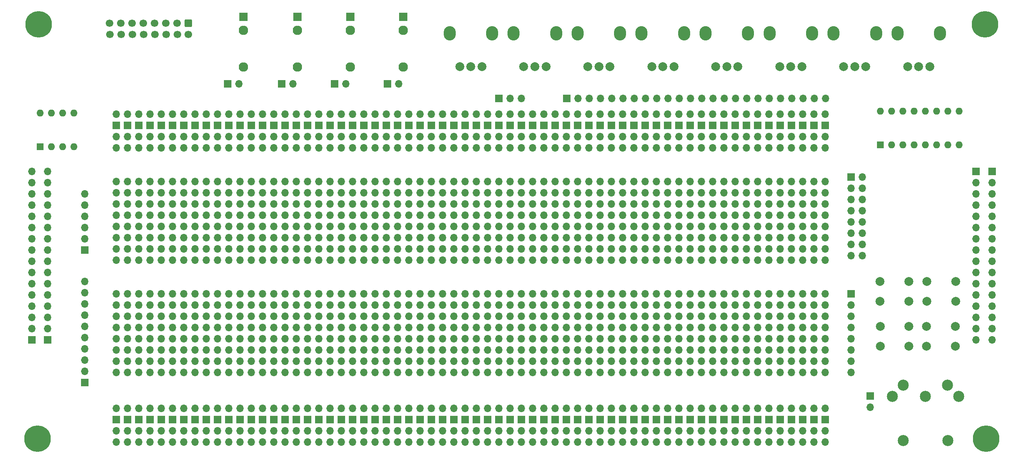
<source format=gbr>
%TF.GenerationSoftware,KiCad,Pcbnew,(6.0.0-0)*%
%TF.CreationDate,2022-11-30T22:17:18-05:00*%
%TF.ProjectId,prototype-board,70726f74-6f74-4797-9065-2d626f617264,rev?*%
%TF.SameCoordinates,Original*%
%TF.FileFunction,Soldermask,Bot*%
%TF.FilePolarity,Negative*%
%FSLAX46Y46*%
G04 Gerber Fmt 4.6, Leading zero omitted, Abs format (unit mm)*
G04 Created by KiCad (PCBNEW (6.0.0-0)) date 2022-11-30 22:17:18*
%MOMM*%
%LPD*%
G01*
G04 APERTURE LIST*
G04 Aperture macros list*
%AMRoundRect*
0 Rectangle with rounded corners*
0 $1 Rounding radius*
0 $2 $3 $4 $5 $6 $7 $8 $9 X,Y pos of 4 corners*
0 Add a 4 corners polygon primitive as box body*
4,1,4,$2,$3,$4,$5,$6,$7,$8,$9,$2,$3,0*
0 Add four circle primitives for the rounded corners*
1,1,$1+$1,$2,$3*
1,1,$1+$1,$4,$5*
1,1,$1+$1,$6,$7*
1,1,$1+$1,$8,$9*
0 Add four rect primitives between the rounded corners*
20,1,$1+$1,$2,$3,$4,$5,0*
20,1,$1+$1,$4,$5,$6,$7,0*
20,1,$1+$1,$6,$7,$8,$9,0*
20,1,$1+$1,$8,$9,$2,$3,0*%
G04 Aperture macros list end*
%ADD10C,0.800000*%
%ADD11C,6.000000*%
%ADD12O,2.720000X3.240000*%
%ADD13C,2.000000*%
%ADD14R,1.600000X1.600000*%
%ADD15O,1.600000X1.600000*%
%ADD16R,1.700000X1.700000*%
%ADD17O,1.700000X1.700000*%
%ADD18C,2.499360*%
%ADD19R,1.930000X1.830000*%
%ADD20C,2.130000*%
%ADD21RoundRect,0.250000X-0.600000X0.600000X-0.600000X-0.600000X0.600000X-0.600000X0.600000X0.600000X0*%
%ADD22C,1.700000*%
G04 APERTURE END LIST*
D10*
%TO.C,H4*%
X41656000Y-43216000D03*
X43246990Y-43875010D03*
X43246990Y-47056990D03*
D11*
X41656000Y-45466000D03*
D10*
X40065010Y-47056990D03*
X41656000Y-47716000D03*
X43906000Y-45466000D03*
X39406000Y-45466000D03*
X40065010Y-43875010D03*
%TD*%
D12*
%TO.C,RV2*%
X158433714Y-47501000D03*
X148833714Y-47501000D03*
D13*
X151133714Y-55001000D03*
X153633714Y-55001000D03*
X156133714Y-55001000D03*
%TD*%
D14*
%TO.C,U3*%
X41920000Y-73142000D03*
D15*
X44460000Y-73142000D03*
X47000000Y-73142000D03*
X49540000Y-73142000D03*
X49540000Y-65522000D03*
X47000000Y-65522000D03*
X44460000Y-65522000D03*
X41920000Y-65522000D03*
%TD*%
D12*
%TO.C,RV5*%
X192158856Y-47501000D03*
X201758856Y-47501000D03*
D13*
X194458856Y-55001000D03*
X196958856Y-55001000D03*
X199458856Y-55001000D03*
%TD*%
D16*
%TO.C,J13*%
X52070000Y-126492000D03*
D17*
X52070000Y-123952000D03*
X52070000Y-121412000D03*
X52070000Y-118872000D03*
X52070000Y-116332000D03*
X52070000Y-113792000D03*
X52070000Y-111252000D03*
X52070000Y-108712000D03*
X52070000Y-106172000D03*
X52070000Y-103632000D03*
%TD*%
D18*
%TO.C,J19*%
X246809260Y-139585700D03*
X236806740Y-139585700D03*
X249306080Y-129590800D03*
X241808000Y-129588260D03*
X234309920Y-129590800D03*
X246804180Y-127088900D03*
X236811820Y-127088900D03*
%TD*%
D16*
%TO.C,J9*%
X160792000Y-62205000D03*
D17*
X163332000Y-62205000D03*
X165872000Y-62205000D03*
X168412000Y-62205000D03*
X170952000Y-62205000D03*
X173492000Y-62205000D03*
X176032000Y-62205000D03*
X178572000Y-62205000D03*
X181112000Y-62205000D03*
X183652000Y-62205000D03*
X186192000Y-62205000D03*
X188732000Y-62205000D03*
X191272000Y-62205000D03*
X193812000Y-62205000D03*
X196352000Y-62205000D03*
X198892000Y-62205000D03*
X201432000Y-62205000D03*
X203972000Y-62205000D03*
X206512000Y-62205000D03*
X209052000Y-62205000D03*
X211592000Y-62205000D03*
X214132000Y-62205000D03*
X216672000Y-62205000D03*
X219212000Y-62205000D03*
%TD*%
D12*
%TO.C,RV7*%
X221042284Y-47501000D03*
X230642284Y-47501000D03*
D13*
X223342284Y-55001000D03*
X225842284Y-55001000D03*
X228342284Y-55001000D03*
%TD*%
D19*
%TO.C,J2*%
X100071000Y-43750000D03*
D20*
X100071000Y-46850000D03*
X100071000Y-55150000D03*
%TD*%
D16*
%TO.C,J18*%
X256856000Y-78740000D03*
D17*
X256856000Y-81280000D03*
X256856000Y-83820000D03*
X256856000Y-86360000D03*
X256856000Y-88900000D03*
X256856000Y-91440000D03*
X256856000Y-93980000D03*
X256856000Y-96520000D03*
X256856000Y-99060000D03*
X256856000Y-101600000D03*
X256856000Y-104140000D03*
X256856000Y-106680000D03*
X256856000Y-109220000D03*
X256856000Y-111760000D03*
X256856000Y-114300000D03*
X256856000Y-116840000D03*
%TD*%
D16*
%TO.C,J12*%
X52070000Y-96520000D03*
D17*
X52070000Y-93980000D03*
X52070000Y-91440000D03*
X52070000Y-88900000D03*
X52070000Y-86360000D03*
X52070000Y-83820000D03*
%TD*%
D13*
%TO.C,SW3*%
X242114000Y-103632000D03*
X248614000Y-103632000D03*
X248614000Y-108132000D03*
X242114000Y-108132000D03*
%TD*%
D16*
%TO.C,J10*%
X145542000Y-62230000D03*
D17*
X148082000Y-62230000D03*
X150622000Y-62230000D03*
%TD*%
D12*
%TO.C,RV3*%
X172875428Y-47501000D03*
X163275428Y-47501000D03*
D13*
X165575428Y-55001000D03*
X168075428Y-55001000D03*
X170575428Y-55001000D03*
%TD*%
D16*
%TO.C,J1*%
X84328000Y-58928000D03*
D17*
X86868000Y-58928000D03*
%TD*%
D16*
%TO.C,J4*%
X96515000Y-58928000D03*
D17*
X99055000Y-58928000D03*
%TD*%
D19*
%TO.C,J5*%
X112014000Y-43750000D03*
D20*
X112014000Y-46850000D03*
X112014000Y-55150000D03*
%TD*%
D10*
%TO.C,H2*%
X256860990Y-47056990D03*
X255270000Y-47716000D03*
X255270000Y-43216000D03*
X253679010Y-47056990D03*
X253679010Y-43875010D03*
X256860990Y-43875010D03*
X257520000Y-45466000D03*
X253020000Y-45466000D03*
D11*
X255270000Y-45466000D03*
%TD*%
D10*
%TO.C,H3*%
X42992990Y-137601010D03*
X39152000Y-139192000D03*
X41402000Y-141442000D03*
X39811010Y-140782990D03*
X42992990Y-140782990D03*
X43652000Y-139192000D03*
X39811010Y-137601010D03*
D11*
X41402000Y-139192000D03*
D10*
X41402000Y-136942000D03*
%TD*%
D12*
%TO.C,RV8*%
X235484000Y-47501000D03*
X245084000Y-47501000D03*
D13*
X237784000Y-55001000D03*
X240284000Y-55001000D03*
X242784000Y-55001000D03*
%TD*%
D12*
%TO.C,RV4*%
X187317142Y-47501000D03*
X177717142Y-47501000D03*
D13*
X180017142Y-55001000D03*
X182517142Y-55001000D03*
X185017142Y-55001000D03*
%TD*%
D14*
%TO.C,SW1*%
X231623000Y-72737250D03*
D15*
X234163000Y-72737250D03*
X236703000Y-72737250D03*
X239243000Y-72737250D03*
X241783000Y-72737250D03*
X244323000Y-72737250D03*
X246863000Y-72737250D03*
X249403000Y-72737250D03*
X249403000Y-65117250D03*
X246863000Y-65117250D03*
X244323000Y-65117250D03*
X241783000Y-65117250D03*
X239243000Y-65117250D03*
X236703000Y-65117250D03*
X234163000Y-65117250D03*
X231623000Y-65117250D03*
%TD*%
D16*
%TO.C,J6*%
X108458000Y-58928000D03*
D17*
X110998000Y-58928000D03*
%TD*%
D16*
%TO.C,J20*%
X229362000Y-129543890D03*
D17*
X229362000Y-132083890D03*
%TD*%
D21*
%TO.C,U1*%
X75438000Y-45224000D03*
D22*
X75438000Y-47764000D03*
X72910000Y-47764000D03*
X72898000Y-45224000D03*
X70358000Y-45224000D03*
X70370000Y-47764000D03*
X67830000Y-47764000D03*
X67818000Y-45224000D03*
X65278000Y-45224000D03*
X65290000Y-47764000D03*
X62750000Y-47764000D03*
X62738000Y-45224000D03*
X60198000Y-45224000D03*
X60210000Y-47764000D03*
X57670000Y-47764000D03*
X57658000Y-45224000D03*
%TD*%
D12*
%TO.C,RV1*%
X134392000Y-47501000D03*
X143992000Y-47501000D03*
D13*
X136692000Y-55001000D03*
X139192000Y-55001000D03*
X141692000Y-55001000D03*
%TD*%
%TO.C,SW5*%
X242062000Y-113792000D03*
X248562000Y-113792000D03*
X248562000Y-118292000D03*
X242062000Y-118292000D03*
%TD*%
D16*
%TO.C,J15*%
X43688000Y-116840000D03*
D17*
X43688000Y-114300000D03*
X43688000Y-111760000D03*
X43688000Y-109220000D03*
X43688000Y-106680000D03*
X43688000Y-104140000D03*
X43688000Y-101600000D03*
X43688000Y-99060000D03*
X43688000Y-96520000D03*
X43688000Y-93980000D03*
X43688000Y-91440000D03*
X43688000Y-88900000D03*
X43688000Y-86360000D03*
X43688000Y-83820000D03*
X43688000Y-81280000D03*
X43688000Y-78740000D03*
%TD*%
D16*
%TO.C,J11*%
X225044000Y-80010000D03*
D17*
X227584000Y-80010000D03*
X225044000Y-82550000D03*
X227584000Y-82550000D03*
X225044000Y-85090000D03*
X227584000Y-85090000D03*
X225044000Y-87630000D03*
X227584000Y-87630000D03*
X225044000Y-90170000D03*
X227584000Y-90170000D03*
X225044000Y-92710000D03*
X227584000Y-92710000D03*
X225044000Y-95250000D03*
X227584000Y-95250000D03*
X225044000Y-97790000D03*
X227584000Y-97790000D03*
%TD*%
D16*
%TO.C,J16*%
X40132000Y-116840000D03*
D17*
X40132000Y-114300000D03*
X40132000Y-111760000D03*
X40132000Y-109220000D03*
X40132000Y-106680000D03*
X40132000Y-104140000D03*
X40132000Y-101600000D03*
X40132000Y-99060000D03*
X40132000Y-96520000D03*
X40132000Y-93980000D03*
X40132000Y-91440000D03*
X40132000Y-88900000D03*
X40132000Y-86360000D03*
X40132000Y-83820000D03*
X40132000Y-81280000D03*
X40132000Y-78740000D03*
%TD*%
D16*
%TO.C,J21*%
X225044000Y-106426000D03*
D17*
X225044000Y-108966000D03*
X225044000Y-111506000D03*
X225044000Y-114046000D03*
X225044000Y-116586000D03*
X225044000Y-119126000D03*
X225044000Y-121666000D03*
X225044000Y-124206000D03*
%TD*%
D19*
%TO.C,J3*%
X87884000Y-43750000D03*
D20*
X87884000Y-46850000D03*
X87884000Y-55150000D03*
%TD*%
D10*
%TO.C,H1*%
X257114990Y-137601010D03*
X255524000Y-136942000D03*
X255524000Y-141442000D03*
X253933010Y-137601010D03*
X257114990Y-140782990D03*
X253274000Y-139192000D03*
X257774000Y-139192000D03*
X253933010Y-140782990D03*
D11*
X255524000Y-139192000D03*
%TD*%
D16*
%TO.C,J17*%
X253238000Y-78740000D03*
D17*
X253238000Y-81280000D03*
X253238000Y-83820000D03*
X253238000Y-86360000D03*
X253238000Y-88900000D03*
X253238000Y-91440000D03*
X253238000Y-93980000D03*
X253238000Y-96520000D03*
X253238000Y-99060000D03*
X253238000Y-101600000D03*
X253238000Y-104140000D03*
X253238000Y-106680000D03*
X253238000Y-109220000D03*
X253238000Y-111760000D03*
X253238000Y-114300000D03*
X253238000Y-116840000D03*
%TD*%
%TO.C,REF\u002A\u002A*%
X87122000Y-132334000D03*
X137922000Y-132334000D03*
X150622000Y-65786000D03*
X170942000Y-132334000D03*
X117602000Y-132334000D03*
X216662000Y-65786000D03*
X89662000Y-65786000D03*
X178562000Y-132334000D03*
X140462000Y-65786000D03*
X196342000Y-65786000D03*
X127762000Y-65786000D03*
X198882000Y-65786000D03*
X163322000Y-132334000D03*
X193802000Y-65786000D03*
X66802000Y-132334000D03*
X155702000Y-132334000D03*
X59182000Y-132334000D03*
X97282000Y-132334000D03*
X137922000Y-65786000D03*
X160782000Y-132334000D03*
X122682000Y-132334000D03*
X203962000Y-132334000D03*
X206502000Y-132334000D03*
X125222000Y-132334000D03*
X92202000Y-132334000D03*
X87122000Y-65786000D03*
X143002000Y-65786000D03*
X59182000Y-65786000D03*
X69342000Y-132334000D03*
X155702000Y-65786000D03*
X99822000Y-65786000D03*
X173482000Y-65786000D03*
X107442000Y-65786000D03*
X125222000Y-65786000D03*
X153162000Y-65786000D03*
X165862000Y-132334000D03*
X188722000Y-132334000D03*
X104902000Y-132334000D03*
X94742000Y-65786000D03*
X71882000Y-132334000D03*
X145542000Y-132334000D03*
X71882000Y-65786000D03*
X122682000Y-65786000D03*
X112522000Y-65786000D03*
X181102000Y-65786000D03*
X102362000Y-132334000D03*
X209042000Y-132334000D03*
X163322000Y-65786000D03*
X61722000Y-65786000D03*
X150622000Y-132334000D03*
X206502000Y-65786000D03*
X109982000Y-65786000D03*
X193802000Y-132334000D03*
X94742000Y-132334000D03*
X92202000Y-65786000D03*
X120142000Y-132334000D03*
X97282000Y-65786000D03*
X176022000Y-65786000D03*
X109982000Y-132334000D03*
X173482000Y-132334000D03*
X84582000Y-132334000D03*
X135382000Y-65786000D03*
X143002000Y-132334000D03*
X130302000Y-65786000D03*
X211582000Y-65786000D03*
X153162000Y-132334000D03*
X181102000Y-132334000D03*
X115062000Y-132334000D03*
X117602000Y-65786000D03*
X61722000Y-132334000D03*
X203962000Y-65786000D03*
X66802000Y-65786000D03*
X214122000Y-65786000D03*
X69342000Y-65786000D03*
X186182000Y-132334000D03*
X148082000Y-65786000D03*
X160782000Y-65786000D03*
X209042000Y-65786000D03*
X76962000Y-65786000D03*
X158242000Y-132334000D03*
X135382000Y-132334000D03*
X168402000Y-65786000D03*
X112522000Y-132334000D03*
X104902000Y-65786000D03*
X107442000Y-132334000D03*
X76962000Y-132334000D03*
X201422000Y-65786000D03*
X140462000Y-132334000D03*
X132842000Y-132334000D03*
X120142000Y-65786000D03*
X191262000Y-65786000D03*
X148082000Y-132334000D03*
X183642000Y-132334000D03*
X74422000Y-65786000D03*
X79502000Y-132334000D03*
X216662000Y-132334000D03*
X89662000Y-132334000D03*
X132842000Y-65786000D03*
X201422000Y-132334000D03*
X165862000Y-65786000D03*
X211582000Y-132334000D03*
X82042000Y-132334000D03*
X219202000Y-132334000D03*
X158242000Y-65786000D03*
X64262000Y-65786000D03*
X102362000Y-65786000D03*
X186182000Y-65786000D03*
X170942000Y-65786000D03*
X168402000Y-132334000D03*
X196342000Y-132334000D03*
X191262000Y-132334000D03*
X84582000Y-65786000D03*
X74422000Y-132334000D03*
X115062000Y-65786000D03*
X64262000Y-132334000D03*
X176022000Y-132334000D03*
X188722000Y-65786000D03*
X178562000Y-65786000D03*
X145542000Y-65786000D03*
X183642000Y-65786000D03*
X214122000Y-132334000D03*
X130302000Y-132334000D03*
X198882000Y-132334000D03*
X79502000Y-65786000D03*
X99822000Y-132334000D03*
X219202000Y-65786000D03*
X82042000Y-65786000D03*
X127762000Y-132334000D03*
X59182000Y-93726000D03*
X59182000Y-121666000D03*
X59182000Y-83566000D03*
X59182000Y-98806000D03*
X59182000Y-81026000D03*
X59182000Y-91186000D03*
X59182000Y-88646000D03*
X59182000Y-119126000D03*
X59182000Y-124206000D03*
X59182000Y-108966000D03*
X59182000Y-106426000D03*
X59182000Y-111506000D03*
X59182000Y-114046000D03*
X59182000Y-96266000D03*
X59182000Y-86106000D03*
X59182000Y-116586000D03*
X61722000Y-93726000D03*
X61722000Y-83566000D03*
X61722000Y-88646000D03*
X61722000Y-116586000D03*
X61722000Y-81026000D03*
X61722000Y-86106000D03*
X61722000Y-91186000D03*
X61722000Y-119126000D03*
X61722000Y-106426000D03*
X61722000Y-111506000D03*
X61722000Y-96266000D03*
X61722000Y-114046000D03*
X61722000Y-124206000D03*
X61722000Y-121666000D03*
X61722000Y-108966000D03*
X61722000Y-98806000D03*
X64262000Y-81026000D03*
X64262000Y-86106000D03*
X64262000Y-116586000D03*
X64262000Y-83566000D03*
X64262000Y-114046000D03*
X64262000Y-93726000D03*
X64262000Y-108966000D03*
X64262000Y-119126000D03*
X64262000Y-121666000D03*
X64262000Y-88646000D03*
X64262000Y-96266000D03*
X64262000Y-98806000D03*
X64262000Y-111506000D03*
X64262000Y-124206000D03*
X64262000Y-106426000D03*
X64262000Y-91186000D03*
X66802000Y-124206000D03*
X66802000Y-119126000D03*
X66802000Y-93726000D03*
X66802000Y-111506000D03*
X66802000Y-108966000D03*
X66802000Y-83566000D03*
X66802000Y-114046000D03*
X66802000Y-91186000D03*
X66802000Y-81026000D03*
X66802000Y-106426000D03*
X66802000Y-98806000D03*
X66802000Y-121666000D03*
X66802000Y-86106000D03*
X66802000Y-88646000D03*
X66802000Y-96266000D03*
X66802000Y-116586000D03*
X69342000Y-96266000D03*
X69342000Y-81026000D03*
X69342000Y-124206000D03*
X69342000Y-116586000D03*
X69342000Y-91186000D03*
X69342000Y-93726000D03*
X69342000Y-106426000D03*
X69342000Y-108966000D03*
X69342000Y-121666000D03*
X69342000Y-98806000D03*
X69342000Y-88646000D03*
X69342000Y-111506000D03*
X69342000Y-83566000D03*
X69342000Y-86106000D03*
X69342000Y-114046000D03*
X69342000Y-119126000D03*
X165862000Y-139954000D03*
X74422000Y-73406000D03*
X170942000Y-73406000D03*
X61722000Y-139954000D03*
X66802000Y-73406000D03*
X71882000Y-73406000D03*
X219202000Y-73406000D03*
X112522000Y-73406000D03*
X214122000Y-139954000D03*
X127762000Y-73406000D03*
X59182000Y-73406000D03*
X99822000Y-73406000D03*
X112522000Y-139954000D03*
X107442000Y-139954000D03*
X104902000Y-73406000D03*
X104902000Y-139954000D03*
X66802000Y-139954000D03*
X64262000Y-139954000D03*
X173482000Y-73406000D03*
X99822000Y-139954000D03*
X214122000Y-73406000D03*
X168402000Y-139954000D03*
X196342000Y-139954000D03*
X127762000Y-139954000D03*
X193802000Y-139954000D03*
X132842000Y-139954000D03*
X92202000Y-73406000D03*
X155702000Y-139954000D03*
X74422000Y-139954000D03*
X122682000Y-139954000D03*
X94742000Y-139954000D03*
X188722000Y-139954000D03*
X102362000Y-73406000D03*
X203962000Y-139954000D03*
X173482000Y-139954000D03*
X183642000Y-73406000D03*
X135382000Y-73406000D03*
X158242000Y-139954000D03*
X209042000Y-139954000D03*
X140462000Y-73406000D03*
X143002000Y-73406000D03*
X130302000Y-139954000D03*
X206502000Y-139954000D03*
X107442000Y-73406000D03*
X145542000Y-73406000D03*
X82042000Y-73406000D03*
X163322000Y-139954000D03*
X79502000Y-139954000D03*
X201422000Y-139954000D03*
X120142000Y-73406000D03*
X109982000Y-73406000D03*
X145542000Y-139954000D03*
X125222000Y-73406000D03*
X158242000Y-73406000D03*
X219202000Y-139954000D03*
X115062000Y-73406000D03*
X69342000Y-73406000D03*
X120142000Y-139954000D03*
X211582000Y-139954000D03*
X178562000Y-139954000D03*
X137922000Y-73406000D03*
X211582000Y-73406000D03*
X76962000Y-73406000D03*
X191262000Y-139954000D03*
X183642000Y-139954000D03*
X186182000Y-139954000D03*
X181102000Y-139954000D03*
X117602000Y-139954000D03*
X115062000Y-139954000D03*
X97282000Y-139954000D03*
X122682000Y-73406000D03*
X89662000Y-73406000D03*
X176022000Y-139954000D03*
X69342000Y-139954000D03*
X84582000Y-139954000D03*
X168402000Y-73406000D03*
X150622000Y-139954000D03*
X148082000Y-73406000D03*
X137922000Y-139954000D03*
X155702000Y-73406000D03*
X135382000Y-139954000D03*
X125222000Y-139954000D03*
X150622000Y-73406000D03*
X71882000Y-139954000D03*
X64262000Y-73406000D03*
X163322000Y-73406000D03*
X59182000Y-139954000D03*
X82042000Y-139954000D03*
X130302000Y-73406000D03*
X89662000Y-139954000D03*
X160782000Y-73406000D03*
X109982000Y-139954000D03*
X76962000Y-139954000D03*
X203962000Y-73406000D03*
X148082000Y-139954000D03*
X216662000Y-139954000D03*
X140462000Y-139954000D03*
X153162000Y-139954000D03*
X216662000Y-73406000D03*
X87122000Y-139954000D03*
X170942000Y-139954000D03*
X84582000Y-73406000D03*
X181102000Y-73406000D03*
X153162000Y-73406000D03*
X186182000Y-73406000D03*
X61722000Y-73406000D03*
X79502000Y-73406000D03*
X198882000Y-73406000D03*
X206502000Y-73406000D03*
X92202000Y-139954000D03*
X191262000Y-73406000D03*
X176022000Y-73406000D03*
X102362000Y-139954000D03*
X188722000Y-73406000D03*
X87122000Y-73406000D03*
X178562000Y-73406000D03*
X97282000Y-73406000D03*
X198882000Y-139954000D03*
X143002000Y-139954000D03*
X160782000Y-139954000D03*
X209042000Y-73406000D03*
X193802000Y-73406000D03*
X94742000Y-73406000D03*
X165862000Y-73406000D03*
X196342000Y-73406000D03*
X117602000Y-73406000D03*
X132842000Y-73406000D03*
X201422000Y-73406000D03*
X71882000Y-96266000D03*
X71882000Y-106426000D03*
X71882000Y-111506000D03*
X71882000Y-83566000D03*
X71882000Y-114046000D03*
X71882000Y-93726000D03*
X71882000Y-121666000D03*
X71882000Y-91186000D03*
X71882000Y-119126000D03*
X71882000Y-86106000D03*
X71882000Y-108966000D03*
X71882000Y-88646000D03*
X71882000Y-116586000D03*
X71882000Y-81026000D03*
X71882000Y-124206000D03*
X71882000Y-98806000D03*
X74422000Y-124206000D03*
X74422000Y-108966000D03*
X74422000Y-93726000D03*
X74422000Y-83566000D03*
X74422000Y-98806000D03*
X74422000Y-119126000D03*
X74422000Y-91186000D03*
X74422000Y-81026000D03*
X74422000Y-86106000D03*
X74422000Y-111506000D03*
X74422000Y-88646000D03*
X74422000Y-114046000D03*
X74422000Y-96266000D03*
X74422000Y-116586000D03*
X74422000Y-121666000D03*
X74422000Y-106426000D03*
X76962000Y-93726000D03*
X76962000Y-86106000D03*
X76962000Y-108966000D03*
X76962000Y-106426000D03*
X76962000Y-121666000D03*
X76962000Y-124206000D03*
X76962000Y-114046000D03*
X76962000Y-98806000D03*
X76962000Y-81026000D03*
X76962000Y-96266000D03*
X76962000Y-116586000D03*
X76962000Y-83566000D03*
X76962000Y-111506000D03*
X76962000Y-119126000D03*
X76962000Y-88646000D03*
X76962000Y-91186000D03*
X79502000Y-114046000D03*
X79502000Y-116586000D03*
X79502000Y-91186000D03*
X79502000Y-98806000D03*
X79502000Y-86106000D03*
X79502000Y-111506000D03*
X79502000Y-81026000D03*
X79502000Y-108966000D03*
X79502000Y-83566000D03*
X79502000Y-88646000D03*
X79502000Y-119126000D03*
X79502000Y-121666000D03*
X79502000Y-93726000D03*
X79502000Y-124206000D03*
X79502000Y-106426000D03*
X79502000Y-96266000D03*
X82042000Y-106426000D03*
X82042000Y-88646000D03*
X82042000Y-119126000D03*
X82042000Y-81026000D03*
X82042000Y-124206000D03*
X82042000Y-114046000D03*
X82042000Y-111506000D03*
X82042000Y-98806000D03*
X82042000Y-83566000D03*
X82042000Y-93726000D03*
X82042000Y-108966000D03*
X82042000Y-96266000D03*
X82042000Y-121666000D03*
X82042000Y-91186000D03*
X82042000Y-86106000D03*
X82042000Y-116586000D03*
X84582000Y-111506000D03*
X84582000Y-88646000D03*
X84582000Y-81026000D03*
X84582000Y-98806000D03*
X84582000Y-121666000D03*
X84582000Y-86106000D03*
X84582000Y-106426000D03*
X84582000Y-119126000D03*
X84582000Y-93726000D03*
X84582000Y-83566000D03*
X84582000Y-124206000D03*
X84582000Y-116586000D03*
X84582000Y-114046000D03*
X84582000Y-96266000D03*
X84582000Y-91186000D03*
X84582000Y-108966000D03*
X87122000Y-96266000D03*
X87122000Y-91186000D03*
X87122000Y-83566000D03*
X87122000Y-98806000D03*
X87122000Y-106426000D03*
X87122000Y-116586000D03*
X87122000Y-108966000D03*
X87122000Y-81026000D03*
X87122000Y-111506000D03*
X87122000Y-86106000D03*
X87122000Y-114046000D03*
X87122000Y-119126000D03*
X87122000Y-121666000D03*
X87122000Y-124206000D03*
X87122000Y-88646000D03*
X87122000Y-93726000D03*
X211582000Y-137414000D03*
X64262000Y-137414000D03*
X117602000Y-137414000D03*
X109982000Y-70866000D03*
X104902000Y-70866000D03*
X107442000Y-137414000D03*
X99822000Y-70866000D03*
X214122000Y-70866000D03*
X117602000Y-70866000D03*
X186182000Y-137414000D03*
X170942000Y-70866000D03*
X115062000Y-137414000D03*
X94742000Y-137414000D03*
X143002000Y-70866000D03*
X127762000Y-137414000D03*
X181102000Y-70866000D03*
X137922000Y-70866000D03*
X188722000Y-70866000D03*
X92202000Y-137414000D03*
X150622000Y-137414000D03*
X153162000Y-70866000D03*
X59182000Y-70866000D03*
X168402000Y-70866000D03*
X69342000Y-70866000D03*
X102362000Y-137414000D03*
X181102000Y-137414000D03*
X163322000Y-70866000D03*
X120142000Y-137414000D03*
X79502000Y-70866000D03*
X160782000Y-70866000D03*
X122682000Y-137414000D03*
X191262000Y-70866000D03*
X71882000Y-137414000D03*
X92202000Y-70866000D03*
X193802000Y-137414000D03*
X155702000Y-137414000D03*
X183642000Y-137414000D03*
X153162000Y-137414000D03*
X97282000Y-137414000D03*
X112522000Y-70866000D03*
X66802000Y-137414000D03*
X82042000Y-70866000D03*
X74422000Y-70866000D03*
X61722000Y-137414000D03*
X143002000Y-137414000D03*
X87122000Y-137414000D03*
X87122000Y-70866000D03*
X203962000Y-137414000D03*
X115062000Y-70866000D03*
X112522000Y-137414000D03*
X84582000Y-70866000D03*
X219202000Y-70866000D03*
X206502000Y-70866000D03*
X94742000Y-70866000D03*
X122682000Y-70866000D03*
X188722000Y-137414000D03*
X120142000Y-70866000D03*
X125222000Y-70866000D03*
X173482000Y-70866000D03*
X201422000Y-137414000D03*
X104902000Y-137414000D03*
X201422000Y-70866000D03*
X196342000Y-137414000D03*
X219202000Y-137414000D03*
X216662000Y-137414000D03*
X198882000Y-70866000D03*
X148082000Y-137414000D03*
X135382000Y-70866000D03*
X211582000Y-70866000D03*
X102362000Y-70866000D03*
X214122000Y-137414000D03*
X130302000Y-137414000D03*
X183642000Y-70866000D03*
X209042000Y-70866000D03*
X97282000Y-70866000D03*
X150622000Y-70866000D03*
X163322000Y-137414000D03*
X64262000Y-70866000D03*
X89662000Y-70866000D03*
X176022000Y-70866000D03*
X145542000Y-70866000D03*
X109982000Y-137414000D03*
X203962000Y-70866000D03*
X165862000Y-70866000D03*
X206502000Y-137414000D03*
X155702000Y-70866000D03*
X170942000Y-137414000D03*
X196342000Y-70866000D03*
X193802000Y-70866000D03*
X127762000Y-70866000D03*
X84582000Y-137414000D03*
X216662000Y-70866000D03*
X132842000Y-70866000D03*
X176022000Y-137414000D03*
X82042000Y-137414000D03*
X209042000Y-137414000D03*
X168402000Y-137414000D03*
X186182000Y-70866000D03*
X137922000Y-137414000D03*
X125222000Y-137414000D03*
X59182000Y-137414000D03*
X107442000Y-70866000D03*
X160782000Y-137414000D03*
X178562000Y-137414000D03*
X130302000Y-70866000D03*
X71882000Y-70866000D03*
X69342000Y-137414000D03*
X178562000Y-70866000D03*
X140462000Y-137414000D03*
X61722000Y-70866000D03*
X158242000Y-137414000D03*
X173482000Y-137414000D03*
X89662000Y-137414000D03*
X132842000Y-137414000D03*
X99822000Y-137414000D03*
X165862000Y-137414000D03*
X145542000Y-137414000D03*
X140462000Y-70866000D03*
X74422000Y-137414000D03*
X76962000Y-70866000D03*
X198882000Y-137414000D03*
X79502000Y-137414000D03*
X148082000Y-70866000D03*
X135382000Y-137414000D03*
X66802000Y-70866000D03*
X76962000Y-137414000D03*
X191262000Y-137414000D03*
X158242000Y-70866000D03*
X89662000Y-91186000D03*
X89662000Y-124206000D03*
X89662000Y-81026000D03*
X89662000Y-86106000D03*
X89662000Y-83566000D03*
X89662000Y-93726000D03*
X89662000Y-106426000D03*
X89662000Y-111506000D03*
X89662000Y-108966000D03*
X89662000Y-88646000D03*
X89662000Y-119126000D03*
X89662000Y-96266000D03*
X89662000Y-98806000D03*
X89662000Y-116586000D03*
X89662000Y-114046000D03*
X89662000Y-121666000D03*
X92202000Y-83566000D03*
X92202000Y-124206000D03*
X92202000Y-111506000D03*
X92202000Y-96266000D03*
X92202000Y-116586000D03*
X92202000Y-93726000D03*
X92202000Y-86106000D03*
X92202000Y-81026000D03*
X92202000Y-98806000D03*
X92202000Y-88646000D03*
X92202000Y-119126000D03*
X92202000Y-114046000D03*
X92202000Y-91186000D03*
X92202000Y-106426000D03*
X92202000Y-121666000D03*
X92202000Y-108966000D03*
X94742000Y-91186000D03*
X94742000Y-81026000D03*
X94742000Y-108966000D03*
X94742000Y-106426000D03*
X94742000Y-88646000D03*
X94742000Y-114046000D03*
X94742000Y-124206000D03*
X94742000Y-111506000D03*
X94742000Y-121666000D03*
X94742000Y-116586000D03*
X94742000Y-86106000D03*
X94742000Y-119126000D03*
X94742000Y-98806000D03*
X94742000Y-96266000D03*
X94742000Y-93726000D03*
X94742000Y-83566000D03*
X97282000Y-93726000D03*
X97282000Y-96266000D03*
X97282000Y-88646000D03*
X97282000Y-91186000D03*
X97282000Y-121666000D03*
X97282000Y-111506000D03*
X97282000Y-119126000D03*
X97282000Y-124206000D03*
X97282000Y-83566000D03*
X97282000Y-86106000D03*
X97282000Y-106426000D03*
X97282000Y-108966000D03*
X97282000Y-98806000D03*
X97282000Y-116586000D03*
X97282000Y-81026000D03*
X97282000Y-114046000D03*
X99822000Y-93726000D03*
X99822000Y-98806000D03*
X99822000Y-96266000D03*
X99822000Y-121666000D03*
X99822000Y-86106000D03*
X99822000Y-124206000D03*
X99822000Y-81026000D03*
X99822000Y-83566000D03*
X99822000Y-111506000D03*
X99822000Y-116586000D03*
X99822000Y-114046000D03*
X99822000Y-108966000D03*
X99822000Y-106426000D03*
X99822000Y-119126000D03*
X99822000Y-91186000D03*
X99822000Y-88646000D03*
X102362000Y-111506000D03*
X102362000Y-98806000D03*
X102362000Y-83566000D03*
X102362000Y-119126000D03*
X102362000Y-121666000D03*
X102362000Y-93726000D03*
X102362000Y-91186000D03*
X102362000Y-86106000D03*
X102362000Y-106426000D03*
X102362000Y-88646000D03*
X102362000Y-116586000D03*
X102362000Y-114046000D03*
X102362000Y-108966000D03*
X102362000Y-96266000D03*
X102362000Y-124206000D03*
X102362000Y-81026000D03*
X104902000Y-83566000D03*
X104902000Y-91186000D03*
X104902000Y-111506000D03*
X104902000Y-124206000D03*
X104902000Y-86106000D03*
X104902000Y-96266000D03*
X104902000Y-98806000D03*
X104902000Y-114046000D03*
X104902000Y-108966000D03*
X104902000Y-119126000D03*
X104902000Y-81026000D03*
X104902000Y-116586000D03*
X104902000Y-106426000D03*
X104902000Y-93726000D03*
X104902000Y-121666000D03*
X104902000Y-88646000D03*
X107442000Y-98806000D03*
X107442000Y-81026000D03*
X107442000Y-111506000D03*
X107442000Y-106426000D03*
X107442000Y-86106000D03*
X107442000Y-88646000D03*
X107442000Y-119126000D03*
X107442000Y-108966000D03*
X107442000Y-93726000D03*
X107442000Y-91186000D03*
X107442000Y-121666000D03*
X107442000Y-124206000D03*
X107442000Y-116586000D03*
X107442000Y-114046000D03*
X107442000Y-83566000D03*
X107442000Y-96266000D03*
X109982000Y-106426000D03*
X109982000Y-119126000D03*
X109982000Y-111506000D03*
X109982000Y-121666000D03*
X109982000Y-124206000D03*
X109982000Y-96266000D03*
X109982000Y-108966000D03*
X109982000Y-98806000D03*
X109982000Y-81026000D03*
X109982000Y-88646000D03*
X109982000Y-83566000D03*
X109982000Y-114046000D03*
X109982000Y-91186000D03*
X109982000Y-93726000D03*
X109982000Y-86106000D03*
X109982000Y-116586000D03*
X112522000Y-93726000D03*
X112522000Y-96266000D03*
X112522000Y-98806000D03*
X112522000Y-121666000D03*
X112522000Y-111506000D03*
X112522000Y-124206000D03*
X112522000Y-116586000D03*
X112522000Y-91186000D03*
X112522000Y-86106000D03*
X112522000Y-114046000D03*
X112522000Y-81026000D03*
X112522000Y-108966000D03*
X112522000Y-88646000D03*
X112522000Y-119126000D03*
X112522000Y-83566000D03*
X112522000Y-106426000D03*
X115062000Y-98806000D03*
X115062000Y-83566000D03*
X115062000Y-119126000D03*
X115062000Y-81026000D03*
X115062000Y-111506000D03*
X115062000Y-108966000D03*
X115062000Y-114046000D03*
X115062000Y-96266000D03*
X115062000Y-93726000D03*
X115062000Y-121666000D03*
X115062000Y-116586000D03*
X115062000Y-91186000D03*
X115062000Y-88646000D03*
X115062000Y-106426000D03*
X115062000Y-86106000D03*
X115062000Y-124206000D03*
X117602000Y-121666000D03*
X117602000Y-88646000D03*
X117602000Y-83566000D03*
X117602000Y-96266000D03*
X117602000Y-86106000D03*
X117602000Y-98806000D03*
X117602000Y-124206000D03*
X117602000Y-81026000D03*
X117602000Y-119126000D03*
X117602000Y-111506000D03*
X117602000Y-106426000D03*
X117602000Y-91186000D03*
X117602000Y-116586000D03*
X117602000Y-93726000D03*
X117602000Y-114046000D03*
X117602000Y-108966000D03*
X120142000Y-98806000D03*
X120142000Y-91186000D03*
X120142000Y-121666000D03*
X120142000Y-106426000D03*
X120142000Y-93726000D03*
X120142000Y-111506000D03*
X120142000Y-88646000D03*
X120142000Y-83566000D03*
X120142000Y-81026000D03*
X120142000Y-108966000D03*
X120142000Y-96266000D03*
X120142000Y-116586000D03*
X120142000Y-124206000D03*
X120142000Y-119126000D03*
X120142000Y-86106000D03*
X120142000Y-114046000D03*
X122682000Y-114046000D03*
X122682000Y-116586000D03*
X122682000Y-96266000D03*
X122682000Y-88646000D03*
X122682000Y-119126000D03*
X122682000Y-121666000D03*
X122682000Y-91186000D03*
X122682000Y-93726000D03*
X122682000Y-124206000D03*
X122682000Y-83566000D03*
X122682000Y-98806000D03*
X122682000Y-106426000D03*
X122682000Y-111506000D03*
X122682000Y-108966000D03*
X122682000Y-81026000D03*
X122682000Y-86106000D03*
X125222000Y-108966000D03*
X125222000Y-124206000D03*
X125222000Y-93726000D03*
X125222000Y-106426000D03*
X125222000Y-98806000D03*
X125222000Y-121666000D03*
X125222000Y-91186000D03*
X125222000Y-88646000D03*
X125222000Y-86106000D03*
X125222000Y-116586000D03*
X125222000Y-83566000D03*
X125222000Y-114046000D03*
X125222000Y-111506000D03*
X125222000Y-119126000D03*
X125222000Y-96266000D03*
X125222000Y-81026000D03*
X127762000Y-119126000D03*
X127762000Y-83566000D03*
X127762000Y-93726000D03*
X127762000Y-108966000D03*
X127762000Y-111506000D03*
X127762000Y-124206000D03*
X127762000Y-116586000D03*
X127762000Y-98806000D03*
X127762000Y-88646000D03*
X127762000Y-96266000D03*
X127762000Y-121666000D03*
X127762000Y-114046000D03*
X127762000Y-106426000D03*
X127762000Y-81026000D03*
X127762000Y-86106000D03*
X127762000Y-91186000D03*
X130302000Y-91186000D03*
X130302000Y-119126000D03*
X130302000Y-93726000D03*
X130302000Y-81026000D03*
X130302000Y-98806000D03*
X130302000Y-111506000D03*
X130302000Y-114046000D03*
X130302000Y-121666000D03*
X130302000Y-86106000D03*
X130302000Y-108966000D03*
X130302000Y-116586000D03*
X130302000Y-96266000D03*
X130302000Y-88646000D03*
X130302000Y-124206000D03*
X130302000Y-106426000D03*
X130302000Y-83566000D03*
X132842000Y-114046000D03*
X132842000Y-96266000D03*
X132842000Y-124206000D03*
X132842000Y-88646000D03*
X132842000Y-121666000D03*
X132842000Y-108966000D03*
X132842000Y-91186000D03*
X132842000Y-119126000D03*
X132842000Y-81026000D03*
X132842000Y-83566000D03*
X132842000Y-86106000D03*
X132842000Y-98806000D03*
X132842000Y-111506000D03*
X132842000Y-116586000D03*
X132842000Y-106426000D03*
X132842000Y-93726000D03*
X135382000Y-111506000D03*
X135382000Y-88646000D03*
X135382000Y-83566000D03*
X135382000Y-121666000D03*
X135382000Y-106426000D03*
X135382000Y-91186000D03*
X135382000Y-98806000D03*
X135382000Y-86106000D03*
X135382000Y-116586000D03*
X135382000Y-119126000D03*
X135382000Y-108966000D03*
X135382000Y-114046000D03*
X135382000Y-124206000D03*
X135382000Y-81026000D03*
X135382000Y-93726000D03*
X135382000Y-96266000D03*
X137922000Y-81026000D03*
X137922000Y-93726000D03*
X137922000Y-119126000D03*
X137922000Y-114046000D03*
X137922000Y-88646000D03*
X137922000Y-96266000D03*
X137922000Y-116586000D03*
X137922000Y-98806000D03*
X137922000Y-111506000D03*
X137922000Y-121666000D03*
X137922000Y-91186000D03*
X137922000Y-124206000D03*
X137922000Y-83566000D03*
X137922000Y-108966000D03*
X137922000Y-86106000D03*
X137922000Y-106426000D03*
X140462000Y-81026000D03*
X140462000Y-96266000D03*
X140462000Y-114046000D03*
X140462000Y-121666000D03*
X140462000Y-86106000D03*
X140462000Y-88646000D03*
X140462000Y-108966000D03*
X140462000Y-119126000D03*
X140462000Y-93726000D03*
X140462000Y-98806000D03*
X140462000Y-124206000D03*
X140462000Y-116586000D03*
X140462000Y-91186000D03*
X140462000Y-106426000D03*
X140462000Y-111506000D03*
X140462000Y-83566000D03*
X143002000Y-121666000D03*
X143002000Y-111506000D03*
X143002000Y-86106000D03*
X143002000Y-83566000D03*
X143002000Y-93726000D03*
X143002000Y-119126000D03*
X143002000Y-96266000D03*
X143002000Y-116586000D03*
X143002000Y-114046000D03*
X143002000Y-124206000D03*
X143002000Y-108966000D03*
X143002000Y-91186000D03*
X143002000Y-88646000D03*
X143002000Y-98806000D03*
X143002000Y-106426000D03*
X143002000Y-81026000D03*
X145542000Y-91186000D03*
X145542000Y-88646000D03*
X145542000Y-121666000D03*
X145542000Y-119126000D03*
X145542000Y-106426000D03*
X145542000Y-83566000D03*
X145542000Y-86106000D03*
X145542000Y-96266000D03*
X145542000Y-93726000D03*
X145542000Y-124206000D03*
X145542000Y-116586000D03*
X145542000Y-98806000D03*
X145542000Y-81026000D03*
X145542000Y-111506000D03*
X145542000Y-114046000D03*
X145542000Y-108966000D03*
X148082000Y-86106000D03*
X148082000Y-121666000D03*
X148082000Y-81026000D03*
X148082000Y-91186000D03*
X148082000Y-96266000D03*
X148082000Y-98806000D03*
X148082000Y-116586000D03*
X148082000Y-83566000D03*
X148082000Y-88646000D03*
X148082000Y-106426000D03*
X148082000Y-124206000D03*
X148082000Y-93726000D03*
X148082000Y-114046000D03*
X148082000Y-108966000D03*
X148082000Y-111506000D03*
X148082000Y-119126000D03*
X150622000Y-111506000D03*
X150622000Y-114046000D03*
X150622000Y-83566000D03*
X150622000Y-81026000D03*
X150622000Y-91186000D03*
X150622000Y-88646000D03*
X150622000Y-96266000D03*
X150622000Y-121666000D03*
X150622000Y-106426000D03*
X150622000Y-119126000D03*
X150622000Y-124206000D03*
X150622000Y-93726000D03*
X150622000Y-116586000D03*
X150622000Y-86106000D03*
X150622000Y-108966000D03*
X150622000Y-98806000D03*
X153162000Y-83566000D03*
X153162000Y-91186000D03*
X153162000Y-88646000D03*
X153162000Y-114046000D03*
X153162000Y-98806000D03*
X153162000Y-119126000D03*
X153162000Y-111506000D03*
X153162000Y-108966000D03*
X153162000Y-93726000D03*
X153162000Y-86106000D03*
X153162000Y-81026000D03*
X153162000Y-121666000D03*
X153162000Y-116586000D03*
X153162000Y-96266000D03*
X153162000Y-106426000D03*
X153162000Y-124206000D03*
X155702000Y-124206000D03*
X155702000Y-81026000D03*
X155702000Y-111506000D03*
X155702000Y-88646000D03*
X155702000Y-106426000D03*
X155702000Y-108966000D03*
X155702000Y-96266000D03*
X155702000Y-114046000D03*
X155702000Y-98806000D03*
X155702000Y-93726000D03*
X155702000Y-119126000D03*
X155702000Y-116586000D03*
X155702000Y-91186000D03*
X155702000Y-86106000D03*
X155702000Y-83566000D03*
X155702000Y-121666000D03*
X158242000Y-81026000D03*
X158242000Y-124206000D03*
X158242000Y-114046000D03*
X158242000Y-106426000D03*
X158242000Y-108966000D03*
X158242000Y-98806000D03*
X158242000Y-86106000D03*
X158242000Y-88646000D03*
X158242000Y-96266000D03*
X158242000Y-121666000D03*
X158242000Y-83566000D03*
X158242000Y-91186000D03*
X158242000Y-119126000D03*
X158242000Y-116586000D03*
X158242000Y-111506000D03*
X158242000Y-93726000D03*
X160782000Y-81026000D03*
X160782000Y-88646000D03*
X160782000Y-114046000D03*
X160782000Y-119126000D03*
X160782000Y-86106000D03*
X160782000Y-121666000D03*
X160782000Y-111506000D03*
X160782000Y-83566000D03*
X160782000Y-98806000D03*
X160782000Y-96266000D03*
X160782000Y-124206000D03*
X160782000Y-108966000D03*
X160782000Y-106426000D03*
X160782000Y-93726000D03*
X160782000Y-91186000D03*
X160782000Y-116586000D03*
X163322000Y-91186000D03*
X163322000Y-81026000D03*
X163322000Y-121666000D03*
X163322000Y-124206000D03*
X163322000Y-88646000D03*
X163322000Y-114046000D03*
X163322000Y-98806000D03*
X163322000Y-96266000D03*
X163322000Y-93726000D03*
X163322000Y-83566000D03*
X163322000Y-108966000D03*
X163322000Y-86106000D03*
X163322000Y-119126000D03*
X163322000Y-116586000D03*
X163322000Y-111506000D03*
X163322000Y-106426000D03*
X165862000Y-114046000D03*
X165862000Y-111506000D03*
X165862000Y-116586000D03*
X165862000Y-91186000D03*
X165862000Y-93726000D03*
X165862000Y-108966000D03*
X165862000Y-119126000D03*
X165862000Y-83566000D03*
X165862000Y-88646000D03*
X165862000Y-86106000D03*
X165862000Y-121666000D03*
X165862000Y-106426000D03*
X165862000Y-96266000D03*
X165862000Y-98806000D03*
X165862000Y-124206000D03*
X165862000Y-81026000D03*
X168402000Y-98806000D03*
X168402000Y-86106000D03*
X168402000Y-91186000D03*
X168402000Y-106426000D03*
X168402000Y-114046000D03*
X168402000Y-111506000D03*
X168402000Y-81026000D03*
X168402000Y-96266000D03*
X168402000Y-124206000D03*
X168402000Y-88646000D03*
X168402000Y-108966000D03*
X168402000Y-119126000D03*
X168402000Y-93726000D03*
X168402000Y-83566000D03*
X168402000Y-121666000D03*
X168402000Y-116586000D03*
X170942000Y-106426000D03*
X170942000Y-96266000D03*
X170942000Y-86106000D03*
X170942000Y-124206000D03*
X170942000Y-114046000D03*
X170942000Y-116586000D03*
X170942000Y-119126000D03*
X170942000Y-93726000D03*
X170942000Y-121666000D03*
X170942000Y-88646000D03*
X170942000Y-111506000D03*
X170942000Y-91186000D03*
X170942000Y-83566000D03*
X170942000Y-108966000D03*
X170942000Y-81026000D03*
X170942000Y-98806000D03*
X173482000Y-116586000D03*
X173482000Y-81026000D03*
X173482000Y-106426000D03*
X173482000Y-96266000D03*
X173482000Y-111506000D03*
X173482000Y-83566000D03*
X173482000Y-91186000D03*
X173482000Y-108966000D03*
X173482000Y-119126000D03*
X173482000Y-124206000D03*
X173482000Y-114046000D03*
X173482000Y-86106000D03*
X173482000Y-121666000D03*
X173482000Y-98806000D03*
X173482000Y-88646000D03*
X173482000Y-93726000D03*
X176022000Y-108966000D03*
X176022000Y-96266000D03*
X176022000Y-81026000D03*
X176022000Y-116586000D03*
X176022000Y-86106000D03*
X176022000Y-114046000D03*
X176022000Y-88646000D03*
X176022000Y-121666000D03*
X176022000Y-93726000D03*
X176022000Y-124206000D03*
X176022000Y-119126000D03*
X176022000Y-106426000D03*
X176022000Y-98806000D03*
X176022000Y-111506000D03*
X176022000Y-83566000D03*
X176022000Y-91186000D03*
X178562000Y-108966000D03*
X178562000Y-91186000D03*
X178562000Y-121666000D03*
X178562000Y-96266000D03*
X178562000Y-88646000D03*
X178562000Y-81026000D03*
X178562000Y-83566000D03*
X178562000Y-114046000D03*
X178562000Y-124206000D03*
X178562000Y-106426000D03*
X178562000Y-116586000D03*
X178562000Y-86106000D03*
X178562000Y-119126000D03*
X178562000Y-98806000D03*
X178562000Y-93726000D03*
X178562000Y-111506000D03*
X181102000Y-88646000D03*
X181102000Y-116586000D03*
X181102000Y-93726000D03*
X181102000Y-81026000D03*
X181102000Y-106426000D03*
X181102000Y-124206000D03*
X181102000Y-86106000D03*
X181102000Y-114046000D03*
X181102000Y-108966000D03*
X181102000Y-111506000D03*
X181102000Y-98806000D03*
X181102000Y-121666000D03*
X181102000Y-83566000D03*
X181102000Y-96266000D03*
X181102000Y-91186000D03*
X181102000Y-119126000D03*
X183642000Y-106426000D03*
X183642000Y-81026000D03*
X183642000Y-119126000D03*
X183642000Y-86106000D03*
X183642000Y-88646000D03*
X183642000Y-124206000D03*
X183642000Y-114046000D03*
X183642000Y-111506000D03*
X183642000Y-91186000D03*
X183642000Y-116586000D03*
X183642000Y-108966000D03*
X183642000Y-98806000D03*
X183642000Y-96266000D03*
X183642000Y-121666000D03*
X183642000Y-83566000D03*
X183642000Y-93726000D03*
X186182000Y-86106000D03*
X186182000Y-106426000D03*
X186182000Y-111506000D03*
X186182000Y-91186000D03*
X186182000Y-88646000D03*
X186182000Y-98806000D03*
X186182000Y-108966000D03*
X186182000Y-124206000D03*
X186182000Y-119126000D03*
X186182000Y-121666000D03*
X186182000Y-93726000D03*
X186182000Y-114046000D03*
X186182000Y-81026000D03*
X186182000Y-96266000D03*
X186182000Y-116586000D03*
X186182000Y-83566000D03*
X188722000Y-124206000D03*
X188722000Y-116586000D03*
X188722000Y-106426000D03*
X188722000Y-114046000D03*
X188722000Y-83566000D03*
X188722000Y-93726000D03*
X188722000Y-108966000D03*
X188722000Y-111506000D03*
X188722000Y-121666000D03*
X188722000Y-96266000D03*
X188722000Y-91186000D03*
X188722000Y-81026000D03*
X188722000Y-88646000D03*
X188722000Y-119126000D03*
X188722000Y-98806000D03*
X188722000Y-86106000D03*
X191262000Y-93726000D03*
X191262000Y-121666000D03*
X191262000Y-83566000D03*
X191262000Y-116586000D03*
X191262000Y-91186000D03*
X191262000Y-119126000D03*
X191262000Y-124206000D03*
X191262000Y-98806000D03*
X191262000Y-106426000D03*
X191262000Y-81026000D03*
X191262000Y-96266000D03*
X191262000Y-86106000D03*
X191262000Y-111506000D03*
X191262000Y-88646000D03*
X191262000Y-108966000D03*
X191262000Y-114046000D03*
X193802000Y-86106000D03*
X193802000Y-91186000D03*
X193802000Y-119126000D03*
X193802000Y-108966000D03*
X193802000Y-106426000D03*
X193802000Y-83566000D03*
X193802000Y-98806000D03*
X193802000Y-116586000D03*
X193802000Y-111506000D03*
X193802000Y-96266000D03*
X193802000Y-93726000D03*
X193802000Y-121666000D03*
X193802000Y-114046000D03*
X193802000Y-124206000D03*
X193802000Y-81026000D03*
X193802000Y-88646000D03*
X196342000Y-111506000D03*
X196342000Y-119126000D03*
X196342000Y-93726000D03*
X196342000Y-91186000D03*
X196342000Y-96266000D03*
X196342000Y-106426000D03*
X196342000Y-83566000D03*
X196342000Y-114046000D03*
X196342000Y-116586000D03*
X196342000Y-98806000D03*
X196342000Y-124206000D03*
X196342000Y-121666000D03*
X196342000Y-108966000D03*
X196342000Y-81026000D03*
X196342000Y-86106000D03*
X196342000Y-88646000D03*
X198882000Y-96266000D03*
X198882000Y-86106000D03*
X198882000Y-81026000D03*
X198882000Y-111506000D03*
X198882000Y-114046000D03*
X198882000Y-88646000D03*
X198882000Y-116586000D03*
X198882000Y-106426000D03*
X198882000Y-121666000D03*
X198882000Y-91186000D03*
X198882000Y-124206000D03*
X198882000Y-83566000D03*
X198882000Y-119126000D03*
X198882000Y-108966000D03*
X198882000Y-93726000D03*
X198882000Y-98806000D03*
X201422000Y-88646000D03*
X201422000Y-98806000D03*
X201422000Y-93726000D03*
X201422000Y-124206000D03*
X201422000Y-83566000D03*
X201422000Y-106426000D03*
X201422000Y-91186000D03*
X201422000Y-96266000D03*
X201422000Y-121666000D03*
X201422000Y-119126000D03*
X201422000Y-81026000D03*
X201422000Y-86106000D03*
X201422000Y-114046000D03*
X201422000Y-111506000D03*
X201422000Y-116586000D03*
X201422000Y-108966000D03*
X203962000Y-93726000D03*
X203962000Y-88646000D03*
X203962000Y-98806000D03*
X203962000Y-86106000D03*
X203962000Y-91186000D03*
X203962000Y-116586000D03*
X203962000Y-119126000D03*
X203962000Y-111506000D03*
X203962000Y-114046000D03*
X203962000Y-96266000D03*
X203962000Y-106426000D03*
X203962000Y-108966000D03*
X203962000Y-121666000D03*
X203962000Y-124206000D03*
X203962000Y-81026000D03*
X203962000Y-83566000D03*
X206502000Y-124206000D03*
X206502000Y-116586000D03*
X206502000Y-106426000D03*
X206502000Y-119126000D03*
X206502000Y-81026000D03*
X206502000Y-121666000D03*
X206502000Y-111506000D03*
X206502000Y-83566000D03*
X206502000Y-88646000D03*
X206502000Y-96266000D03*
X206502000Y-86106000D03*
X206502000Y-98806000D03*
X206502000Y-108966000D03*
X206502000Y-114046000D03*
X206502000Y-91186000D03*
X206502000Y-93726000D03*
X209042000Y-98806000D03*
X209042000Y-114046000D03*
X209042000Y-88646000D03*
X209042000Y-108966000D03*
X209042000Y-96266000D03*
X209042000Y-119126000D03*
X209042000Y-121666000D03*
X209042000Y-124206000D03*
X209042000Y-106426000D03*
X209042000Y-91186000D03*
X209042000Y-93726000D03*
X209042000Y-111506000D03*
X209042000Y-86106000D03*
X209042000Y-81026000D03*
X209042000Y-116586000D03*
X209042000Y-83566000D03*
X211582000Y-124206000D03*
X211582000Y-86106000D03*
X211582000Y-98806000D03*
X211582000Y-114046000D03*
X211582000Y-91186000D03*
X211582000Y-116586000D03*
X211582000Y-81026000D03*
X211582000Y-119126000D03*
X211582000Y-88646000D03*
X211582000Y-108966000D03*
X211582000Y-121666000D03*
X211582000Y-93726000D03*
X211582000Y-96266000D03*
X211582000Y-106426000D03*
X211582000Y-111506000D03*
X211582000Y-83566000D03*
X214122000Y-93726000D03*
X214122000Y-114046000D03*
X214122000Y-91186000D03*
X214122000Y-96266000D03*
X214122000Y-119126000D03*
X214122000Y-111506000D03*
X214122000Y-86106000D03*
X214122000Y-81026000D03*
X214122000Y-106426000D03*
X214122000Y-116586000D03*
X214122000Y-98806000D03*
X214122000Y-83566000D03*
X214122000Y-121666000D03*
X214122000Y-88646000D03*
X214122000Y-124206000D03*
X214122000Y-108966000D03*
X216662000Y-98806000D03*
X216662000Y-81026000D03*
X216662000Y-86106000D03*
X216662000Y-111506000D03*
X216662000Y-96266000D03*
X216662000Y-108966000D03*
X216662000Y-93726000D03*
X216662000Y-106426000D03*
X216662000Y-116586000D03*
X216662000Y-88646000D03*
X216662000Y-114046000D03*
X216662000Y-124206000D03*
X216662000Y-121666000D03*
X216662000Y-119126000D03*
X216662000Y-91186000D03*
X216662000Y-83566000D03*
X219202000Y-116586000D03*
X219202000Y-119126000D03*
X219202000Y-93726000D03*
X219202000Y-96266000D03*
X219202000Y-98806000D03*
X219202000Y-124206000D03*
X219202000Y-106426000D03*
X219202000Y-88646000D03*
X219202000Y-121666000D03*
X219202000Y-91186000D03*
X219202000Y-83566000D03*
X219202000Y-108966000D03*
X219202000Y-86106000D03*
X219202000Y-111506000D03*
X219202000Y-114046000D03*
X219202000Y-81026000D03*
D16*
X160782000Y-68326000D03*
X148082000Y-134874000D03*
X127762000Y-68326000D03*
X130302000Y-68326000D03*
X135382000Y-68326000D03*
X176022000Y-134874000D03*
X216662000Y-134874000D03*
X112522000Y-134874000D03*
X74422000Y-68326000D03*
X99822000Y-68326000D03*
X188722000Y-68326000D03*
X191262000Y-134874000D03*
X209042000Y-134874000D03*
X150622000Y-68326000D03*
X150622000Y-134874000D03*
X102362000Y-134874000D03*
X206502000Y-68326000D03*
X216662000Y-68326000D03*
X168402000Y-134874000D03*
X84582000Y-134874000D03*
X59182000Y-68326000D03*
X201422000Y-134874000D03*
X115062000Y-134874000D03*
X87122000Y-68326000D03*
X109982000Y-134874000D03*
X137922000Y-134874000D03*
X209042000Y-68326000D03*
X176022000Y-68326000D03*
X188722000Y-134874000D03*
X214122000Y-68326000D03*
X61722000Y-68326000D03*
X145542000Y-68326000D03*
X71882000Y-68326000D03*
X158242000Y-68326000D03*
X120142000Y-68326000D03*
X89662000Y-68326000D03*
X178562000Y-68326000D03*
X102362000Y-68326000D03*
X183642000Y-68326000D03*
X193802000Y-68326000D03*
X84582000Y-68326000D03*
X148082000Y-68326000D03*
X87122000Y-134874000D03*
X155702000Y-134874000D03*
X140462000Y-68326000D03*
X178562000Y-134874000D03*
X66802000Y-134874000D03*
X198882000Y-134874000D03*
X74422000Y-134874000D03*
X168402000Y-68326000D03*
X64262000Y-68326000D03*
X89662000Y-134874000D03*
X155702000Y-68326000D03*
X117602000Y-134874000D03*
X181102000Y-134874000D03*
X198882000Y-68326000D03*
X145542000Y-134874000D03*
X183642000Y-134874000D03*
X140462000Y-134874000D03*
X132842000Y-68326000D03*
X92202000Y-68326000D03*
X66802000Y-68326000D03*
X214122000Y-134874000D03*
X64262000Y-134874000D03*
X201422000Y-68326000D03*
X163322000Y-134874000D03*
X104902000Y-134874000D03*
X122682000Y-134874000D03*
X135382000Y-134874000D03*
X203962000Y-68326000D03*
X163322000Y-68326000D03*
X158242000Y-134874000D03*
X99822000Y-134874000D03*
X186182000Y-134874000D03*
X196342000Y-134874000D03*
X79502000Y-134874000D03*
X79502000Y-68326000D03*
X127762000Y-134874000D03*
X143002000Y-134874000D03*
X76962000Y-134874000D03*
X130302000Y-134874000D03*
X112522000Y-68326000D03*
X132842000Y-134874000D03*
X160782000Y-134874000D03*
X82042000Y-68326000D03*
X165862000Y-134874000D03*
X170942000Y-68326000D03*
X125222000Y-68326000D03*
X104902000Y-68326000D03*
X170942000Y-134874000D03*
X122682000Y-68326000D03*
X206502000Y-134874000D03*
X94742000Y-134874000D03*
X107442000Y-134874000D03*
X143002000Y-68326000D03*
X115062000Y-68326000D03*
X211582000Y-134874000D03*
X203962000Y-134874000D03*
X92202000Y-134874000D03*
X71882000Y-134874000D03*
X61722000Y-134874000D03*
X137922000Y-68326000D03*
X82042000Y-134874000D03*
X125222000Y-134874000D03*
X165862000Y-68326000D03*
X117602000Y-68326000D03*
X191262000Y-68326000D03*
X153162000Y-68326000D03*
X107442000Y-68326000D03*
X181102000Y-68326000D03*
X59182000Y-134874000D03*
X153162000Y-134874000D03*
X219202000Y-68326000D03*
X120142000Y-134874000D03*
X211582000Y-68326000D03*
X186182000Y-68326000D03*
X94742000Y-68326000D03*
X219202000Y-134874000D03*
X69342000Y-68326000D03*
X109982000Y-68326000D03*
X69342000Y-134874000D03*
X173482000Y-68326000D03*
X196342000Y-68326000D03*
X193802000Y-134874000D03*
X97282000Y-134874000D03*
X76962000Y-68326000D03*
X173482000Y-134874000D03*
X97282000Y-68326000D03*
%TD*%
D19*
%TO.C,J7*%
X123952000Y-43750000D03*
D20*
X123952000Y-46850000D03*
X123952000Y-55150000D03*
%TD*%
D16*
%TO.C,J8*%
X120396000Y-58928000D03*
D17*
X122936000Y-58928000D03*
%TD*%
D13*
%TO.C,SW4*%
X238073000Y-113792000D03*
X231573000Y-113792000D03*
X231573000Y-118292000D03*
X238073000Y-118292000D03*
%TD*%
%TO.C,SW2*%
X231521000Y-103632000D03*
X238021000Y-103632000D03*
X231521000Y-108132000D03*
X238021000Y-108132000D03*
%TD*%
D12*
%TO.C,RV6*%
X206600570Y-47501000D03*
X216200570Y-47501000D03*
D13*
X208900570Y-55001000D03*
X211400570Y-55001000D03*
X213900570Y-55001000D03*
%TD*%
M02*

</source>
